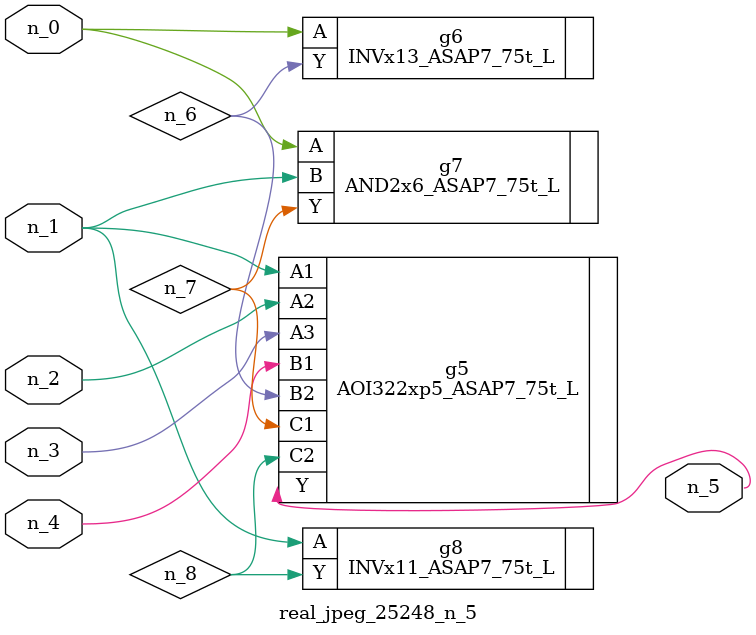
<source format=v>
module real_jpeg_25248_n_5 (n_4, n_0, n_1, n_2, n_3, n_5);

input n_4;
input n_0;
input n_1;
input n_2;
input n_3;

output n_5;

wire n_8;
wire n_6;
wire n_7;

INVx13_ASAP7_75t_L g6 ( 
.A(n_0),
.Y(n_6)
);

AND2x6_ASAP7_75t_L g7 ( 
.A(n_0),
.B(n_1),
.Y(n_7)
);

AOI322xp5_ASAP7_75t_L g5 ( 
.A1(n_1),
.A2(n_2),
.A3(n_3),
.B1(n_4),
.B2(n_6),
.C1(n_7),
.C2(n_8),
.Y(n_5)
);

INVx11_ASAP7_75t_L g8 ( 
.A(n_1),
.Y(n_8)
);


endmodule
</source>
